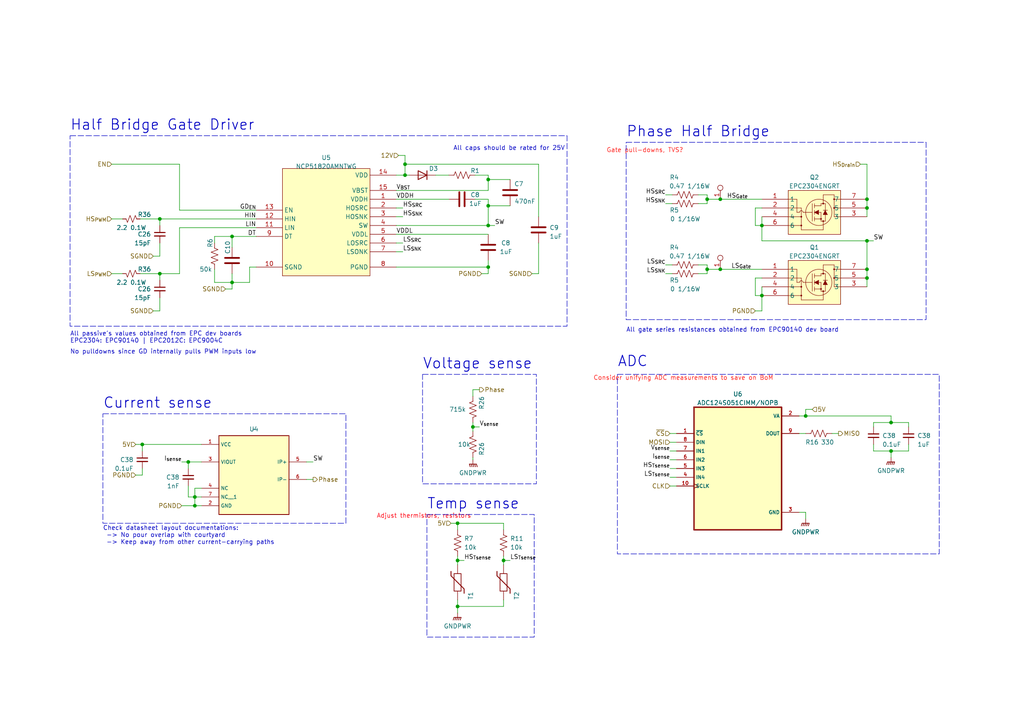
<source format=kicad_sch>
(kicad_sch (version 20231120) (generator "eeschema") (generator_version "8.0")
  (paper "A4")
  (lib_symbols
    (symbol "Device:C" (pin_numbers hide) (pin_names (offset 0.254))
      (property "Reference" "C" (at 0.635 2.54 0))
      (property "Value" "C" (at 0.635 -2.54 0))
      (symbol "C_0_1"
        (polyline (pts (xy -2.032 -0.762) (xy 2.032 -0.762)) (stroke (width 0.508)))
        (polyline (pts (xy -2.032 0.762) (xy 2.032 0.762)) (stroke (width 0.508)))
      )
      (symbol "C_1_1"
        (pin passive line (at 0 3.81 270) (length 2.794) (name "~") (number "1"))
        (pin passive line (at 0 -3.81 90) (length 2.794) (name "~") (number "2"))
      )
    )
    (symbol "Device:C_Small" (pin_numbers hide) (pin_names (offset 0.254) hide)
      (property "Reference" "C" (at 0.254 1.778 0))
      (property "Value" "C_Small" (at 0.254 -2.032 0))
      (symbol "C_Small_0_1"
        (polyline (pts (xy -1.524 -0.508) (xy 1.524 -0.508)) (stroke (width 0.3302)))
        (polyline (pts (xy -1.524 0.508) (xy 1.524 0.508)) (stroke (width 0.3048)))
      )
      (symbol "C_Small_1_1"
        (pin passive line (at 0 2.54 270) (length 2.032) (name "~") (number "1"))
        (pin passive line (at 0 -2.54 90) (length 2.032) (name "~") (number "2"))
      )
    )
    (symbol "Device:R_Small_US" (pin_numbers hide) (pin_names (offset 0.254) hide)
      (property "Reference" "R" (at 0.762 0.508 0))
      (property "Value" "R_Small_US" (at 0.762 -1.016 0))
      (symbol "R_Small_US_1_1"
        (polyline (pts (xy 0 0) (xy 1.016 -0.381) (xy 0 -0.762) (xy -1.016 -1.143) (xy 0 -1.524)))
        (polyline (pts (xy 0 1.524) (xy 1.016 1.143) (xy 0 0.762) (xy -1.016 0.381) (xy 0 0)))
        (pin passive line (at 0 2.54 270) (length 1.016) (name "~") (number "1"))
        (pin passive line (at 0 -2.54 90) (length 1.016) (name "~") (number "2"))
      )
    )
    (symbol "Device:R_US" (pin_numbers hide) (pin_names (offset 0))
      (property "Reference" "R" (at 2.54 0 90))
      (property "Value" "R_US" (at -2.54 0 90))
      (symbol "R_US_0_1"
        (polyline (pts (xy 0 -2.286) (xy 0 -2.54)))
        (polyline (pts (xy 0 2.286) (xy 0 2.54)))
        (polyline (pts (xy 0 -0.762) (xy 1.016 -1.143) (xy 0 -1.524) (xy -1.016 -1.905) (xy 0 -2.286)))
        (polyline (pts (xy 0 0.762) (xy 1.016 0.381) (xy 0 0) (xy -1.016 -0.381) (xy 0 -0.762)))
        (polyline (pts (xy 0 2.286) (xy 1.016 1.905) (xy 0 1.524) (xy -1.016 1.143) (xy 0 0.762)))
      )
      (symbol "R_US_1_1"
        (pin passive line (at 0 3.81 270) (length 1.27) (name "~") (number "1"))
        (pin passive line (at 0 -3.81 90) (length 1.27) (name "~") (number "2"))
      )
    )
    (symbol "Device:Thermistor" (pin_numbers hide) (pin_names (offset 0))
      (property "Reference" "TH" (at 2.54 1.27 90))
      (property "Value" "Thermistor" (at -2.54 0 90))
      (symbol "Thermistor_0_1"
        (rectangle (start -1.016 2.54) (end 1.016 -2.54) (stroke (width 0.2032)))
        (polyline (pts (xy -1.905 3.175) (xy -1.905 1.905) (xy 1.905 -1.905) (xy 1.905 -3.175) (xy 1.905 -3.175)) (stroke (width 0.254)))
      )
      (symbol "Thermistor_1_1"
        (pin passive line (at 0 5.08 270) (length 2.54) (name "~") (number "1"))
        (pin passive line (at 0 -5.08 90) (length 2.54) (name "~") (number "2"))
      )
    )
    (symbol "Diode:1N4151" (pin_numbers hide) (pin_names hide)
      (property "Reference" "D" (at 0 2.54 0))
      (property "Value" "1N4151" (at 0 -2.54 0))
      (symbol "1N4151_0_1"
        (polyline (pts (xy -1.27 1.27) (xy -1.27 -1.27)) (stroke (width 0.254)))
        (polyline (pts (xy 1.27 0) (xy -1.27 0)))
        (polyline (pts (xy 1.27 1.27) (xy 1.27 -1.27) (xy -1.27 0) (xy 1.27 1.27)) (stroke (width 0.254)))
      )
      (symbol "1N4151_1_1"
        (pin passive line (at -3.81 0 0) (length 2.54) (name "K") (number "1"))
        (pin passive line (at 3.81 0 180) (length 2.54) (name "A") (number "2"))
      )
    )
    (symbol "GTSR_symbol_lib:EPC2304ENGRT"
      (property "Reference" "Q" (at 0 0 0))
      (property "Value" "EPC2304ENGRT" (at 0 0 0))
      (symbol "EPC2304ENGRT_0_1"
        (rectangle (start -7.62 -1.905) (end 7.62 -14.605) (fill (type background)))
        (circle (center -3.81 -12.065) (radius 0.127) (stroke (width 0.254)))
        (circle (center -3.81 -9.525) (radius 0.127) (stroke (width 0.254)))
        (arc (start -3.302 -8.255) (mid -3.81 -7.7492) (end -4.318 -8.255) (stroke (width 0.127)))
        (polyline (pts (xy -7.62 -12.065) (xy -3.81 -12.065)) (stroke (width 0.127)))
        (polyline (pts (xy -7.62 -9.525) (xy -3.81 -9.525)) (stroke (width 0.127)))
        (polyline (pts (xy -7.62 -6.985) (xy -3.81 -6.985)) (stroke (width 0.127)))
        (polyline (pts (xy -7.62 -4.445) (xy -5.08 -4.445)) (stroke (width 0.127)))
        (polyline (pts (xy -5.08 -8.255) (xy -4.318 -8.255)) (stroke (width 0.127)))
        (polyline (pts (xy -5.08 -4.445) (xy -5.08 -8.255)) (stroke (width 0.127)))
        (polyline (pts (xy -3.81 -13.335) (xy 2.54 -13.335)) (stroke (width 0.127)))
        (polyline (pts (xy -3.81 -6.985) (xy -3.81 -13.335)) (stroke (width 0.127)))
        (polyline (pts (xy -3.302 -8.255) (xy -0.635 -8.255)) (stroke (width 0.127)))
        (polyline (pts (xy -0.635 -10.795) (xy -0.635 -5.715)) (stroke (width 0.127)))
        (polyline (pts (xy 0 -10.795) (xy 0 -9.525)) (stroke (width 0.127)))
        (polyline (pts (xy 0 -10.16) (xy 1.905 -10.16)) (stroke (width 0.127)))
        (polyline (pts (xy 0 -8.89) (xy 0 -7.62)) (stroke (width 0.127)))
        (polyline (pts (xy 0 -6.985) (xy 0 -5.715)) (stroke (width 0.127)))
        (polyline (pts (xy 0 -6.35) (xy 1.905 -6.35)) (stroke (width 0.127)))
        (polyline (pts (xy 1.27 -8.255) (xy 1.905 -8.255)) (stroke (width 0.127)))
        (polyline (pts (xy 1.905 -10.795) (xy 1.905 -8.255)) (stroke (width 0.127)))
        (polyline (pts (xy 1.905 -10.795) (xy 3.175 -10.795)) (stroke (width 0.127)))
        (polyline (pts (xy 1.905 -6.35) (xy 1.905 -5.715)) (stroke (width 0.127)))
        (polyline (pts (xy 1.905 -5.715) (xy 3.175 -5.715)) (stroke (width 0.127)))
        (polyline (pts (xy 2.54 -10.795) (xy 2.54 -13.335)) (stroke (width 0.127)))
        (polyline (pts (xy 2.54 -5.715) (xy 2.54 -3.175)) (stroke (width 0.127)))
        (polyline (pts (xy 3.175 -10.795) (xy 3.175 -8.89)) (stroke (width 0.127)))
        (polyline (pts (xy 3.175 -7.62) (xy 3.175 -5.715)) (stroke (width 0.127)))
        (polyline (pts (xy 3.81 -7.62) (xy 2.54 -7.62)) (stroke (width 0.127)))
        (polyline (pts (xy 5.715 -6.985) (xy 7.62 -6.985)) (stroke (width 0.127)))
        (polyline (pts (xy 5.715 -3.175) (xy 2.54 -3.175)) (stroke (width 0.127)))
        (polyline (pts (xy 5.715 -3.175) (xy 5.715 -9.525)) (stroke (width 0.127)))
        (polyline (pts (xy 7.62 -9.525) (xy 5.715 -9.525)) (stroke (width 0.127)))
        (polyline (pts (xy 7.62 -4.445) (xy 5.715 -4.445)) (stroke (width 0.127)))
        (polyline (pts (xy 1.27 -7.62) (xy 0 -8.255) (xy 1.27 -8.89)) (fill (type outline)))
        (polyline (pts (xy 3.81 -8.89) (xy 2.54 -8.89) (xy 3.175 -7.62)) (fill (type outline)))
        (circle (center 1.27 -8.255) (radius 3.81) (stroke (width 0.127)))
        (circle (center 1.905 -10.16) (radius 0.127) (stroke (width 0.254)))
        (circle (center 2.54 -10.795) (radius 0.127) (stroke (width 0.254)))
        (circle (center 2.54 -5.715) (radius 0.127) (stroke (width 0.254)))
        (circle (center 5.715 -6.985) (radius 0.127) (stroke (width 0.254)))
        (circle (center 5.715 -4.445) (radius 0.127) (stroke (width 0.254)))
        (pin unspecified line (at -15.24 -4.445 0) (length 7.62) (name "1") (number "1"))
        (pin unspecified line (at -15.24 -6.985 0) (length 7.62) (name "2") (number "2"))
        (pin unspecified line (at 15.24 -9.525 180) (length 7.62) (name "3") (number "3"))
        (pin unspecified line (at -15.24 -9.525 0) (length 7.62) (name "4") (number "4"))
        (pin unspecified line (at 15.24 -6.985 180) (length 7.62) (name "5") (number "5"))
        (pin unspecified line (at -15.24 -12.065 0) (length 7.62) (name "6") (number "6"))
        (pin unspecified line (at 15.24 -4.445 180) (length 7.62) (name "7") (number "7"))
      )
    )
    (symbol "GTSR_symbol_lib:Test_Point"
      (property "Reference" "TP" (at 2.032 3.302 0))
      (property "Value" "Test_Point" (at 0 -10.16 0))
      (symbol "Test_Point_0_1"
        (circle (center 0 3.302) (radius 0.762))
      )
      (symbol "Test_Point_1_1"
        (pin passive line (at 0 0 90) (length 2.54) (name "") (number "1"))
      )
    )
    (symbol "GTSR_symbol_lib_SD:ACS72981LLRATR-100B5"
      (property "Reference" "U" (at 0 0 0))
      (symbol "ACS72981LLRATR-100B5_0_0"
        (rectangle (start -10.16 -24.765) (end 10.16 -1.905) (stroke (width 0.254)) (fill (type background)))
        (pin power_in line (at 15.24 -4.445 180) (length 5.08) (name "VCC") (number "1"))
        (pin power_in line (at 15.24 -22.225 180) (length 5.08) (name "GND") (number "2"))
        (pin output line (at 15.24 -9.525 180) (length 5.08) (name "VIOUT") (number "3"))
        (pin passive line (at 15.24 -17.145 180) (length 5.08) (name "NC") (number "4"))
        (pin input line (at -15.24 -9.525 0) (length 5.08) (name "IP+") (number "5"))
        (pin input line (at -15.24 -14.605 0) (length 5.08) (name "IP-") (number "6"))
        (pin passive line (at 15.24 -19.685 180) (length 5.08) (name "NC__1") (number "7"))
      )
    )
    (symbol "GTSR_symbol_lib_SD:ADC124S021CIMMX/NOPB"
      (property "Reference" "U" (at 0 0 0))
      (property "Value" "ADC124S021CIMMX/NOPB" (at 0 0 0))
      (symbol "ADC124S021CIMMX/NOPB_0_0"
        (rectangle (start -12.065 -38.735) (end 13.335 -3.175) (stroke (width 0.41)) (fill (type background)))
        (pin input line (at -17.145 -10.795 0) (length 5.08) (name "~{CS}") (number "1"))
        (pin input clock (at -17.145 -26.035 0) (length 5.08) (name "SCLK") (number "10"))
        (pin power_in line (at 18.415 -5.715 180) (length 5.08) (name "VA") (number "2"))
        (pin power_in line (at 18.415 -33.655 180) (length 5.08) (name "GND") (number "3"))
        (pin input line (at -17.145 -23.495 0) (length 5.08) (name "IN4") (number "4"))
        (pin input line (at -17.145 -20.955 0) (length 5.08) (name "IN3") (number "5"))
        (pin input line (at -17.145 -18.415 0) (length 5.08) (name "IN2") (number "6"))
        (pin input line (at -17.145 -15.875 0) (length 5.08) (name "IN1") (number "7"))
        (pin input line (at -17.145 -13.335 0) (length 5.08) (name "DIN") (number "8"))
        (pin output line (at 18.415 -10.795 180) (length 5.08) (name "DOUT") (number "9"))
      )
    )
    (symbol "GTSR_symbol_lib_SD:NCP51820AMNTWG"
      (property "Reference" "U" (at 0 0 0))
      (property "Value" "NCP51820AMNTWG" (at 0 0 0))
      (symbol "NCP51820AMNTWG_0_1"
        (rectangle (start -12.065 -2.54) (end 13.335 -33.655) (fill (type background)))
        (pin power_in line (at 20.955 -11.43 180) (length 7.62) (name "VDDH") (number "1"))
        (pin power_out line (at -19.685 -31.115 0) (length 7.62) (name "SGND") (number "10"))
        (pin unspecified line (at -19.685 -19.685 0) (length 7.62) (name "LIN") (number "11"))
        (pin unspecified line (at -19.685 -17.145 0) (length 7.62) (name "HIN") (number "12"))
        (pin unspecified line (at -19.685 -14.605 0) (length 7.62) (name "EN") (number "13"))
        (pin power_in line (at 20.955 -4.445 180) (length 7.62) (name "VDD") (number "14"))
        (pin unspecified line (at 20.955 -8.89 180) (length 7.62) (name "VBST") (number "15"))
        (pin unspecified line (at 20.955 -13.97 180) (length 7.62) (name "HOSRC") (number "2"))
        (pin unspecified line (at 20.955 -16.51 180) (length 7.62) (name "HOSNK") (number "3"))
        (pin unspecified line (at 20.955 -19.05 180) (length 7.62) (name "SW") (number "4"))
        (pin power_in line (at 20.955 -21.59 180) (length 7.62) (name "VDDL") (number "5"))
        (pin unspecified line (at 20.955 -24.13 180) (length 7.62) (name "LOSRC") (number "6"))
        (pin unspecified line (at 20.955 -26.67 180) (length 7.62) (name "LSONK") (number "7"))
        (pin power_out line (at 20.955 -31.115 180) (length 7.62) (name "PGND") (number "8"))
        (pin unspecified line (at -19.685 -22.225 0) (length 7.62) (name "DT") (number "9"))
      )
    )
    (symbol "power:GNDPWR" (power) (pin_names (offset 0))
      (property "Value" "GNDPWR" (at 0 -3.302 0))
      (symbol "GNDPWR_0_1"
        (polyline (pts (xy 0 -1.27) (xy 0 0)))
        (polyline (pts (xy -1.016 -1.27) (xy -1.27 -2.032) (xy -1.27 -2.032)) (stroke (width 0.2032)))
        (polyline (pts (xy -0.508 -1.27) (xy -0.762 -2.032) (xy -0.762 -2.032)) (stroke (width 0.2032)))
        (polyline (pts (xy 0 -1.27) (xy -0.254 -2.032) (xy -0.254 -2.032)) (stroke (width 0.2032)))
        (polyline (pts (xy 0.508 -1.27) (xy 0.254 -2.032) (xy 0.254 -2.032)) (stroke (width 0.2032)))
        (polyline (pts (xy 1.016 -1.27) (xy -1.016 -1.27) (xy -1.016 -1.27)) (stroke (width 0.2032)))
        (polyline (pts (xy 1.016 -1.27) (xy 0.762 -2.032) (xy 0.762 -2.032) (xy 0.762 -2.032)) (stroke (width 0.2032)))
      )
      (symbol "GNDPWR_1_1"
        (pin power_in line (at 0 0 270) (length 0) hide (name "GNDPWR") (number "1"))
      )
    )
  )
  (junction (at 251.46 60.325))
  (junction (at 205.105 57.785))
  (junction (at 251.46 78.105))
  (junction (at 251.46 57.785))
  (junction (at 132.715 162.56))
  (junction (at 208.915 57.785))
  (junction (at 67.31 68.58))
  (junction (at 54.61 133.985))
  (junction (at 46.355 79.375))
  (junction (at 251.46 69.85))
  (junction (at 258.445 122.555))
  (junction (at 132.715 151.765))
  (junction (at 258.445 130.81))
  (junction (at 141.605 77.47))
  (junction (at 208.915 78.105))
  (junction (at 141.605 59.69))
  (junction (at 46.355 63.5))
  (junction (at 117.475 47.625))
  (junction (at 132.715 175.895))
  (junction (at 56.515 144.145))
  (junction (at 146.05 162.56))
  (junction (at 41.275 128.905))
  (junction (at 141.605 65.405))
  (junction (at 220.98 65.405))
  (junction (at 220.98 85.725))
  (junction (at 67.31 81.915))
  (junction (at 117.475 50.8))
  (junction (at 205.105 78.105))
  (junction (at 233.68 120.65))
  (junction (at 141.605 52.07))
  (junction (at 251.46 80.645))
  (junction (at 56.515 146.685))
  (junction (at 137.16 123.825))
  (wire (pts (xy 251.46 78.105) (xy 251.46 69.85)))
  (wire (pts (xy 62.23 68.58) (xy 67.31 68.58)))
  (wire (pts (xy 132.715 162.56) (xy 134.62 162.56)))
  (wire (pts (xy 40.64 63.5) (xy 46.355 63.5)))
  (wire (pts (xy 54.61 144.145) (xy 56.515 144.145)))
  (wire (pts (xy 52.07 47.625) (xy 52.07 60.96)))
  (wire (pts (xy 251.46 47.625) (xy 251.46 57.785)))
  (wire (pts (xy 52.07 66.04) (xy 74.295 66.04)))
  (wire (pts (xy 132.715 161.29) (xy 132.715 162.56)))
  (wire (pts (xy 116.84 70.485) (xy 114.935 70.485)))
  (wire (pts (xy 156.21 70.485) (xy 156.21 79.375)))
  (wire (pts (xy 219.075 85.725) (xy 220.98 85.725)))
  (wire (pts (xy 205.105 56.515) (xy 205.105 57.785)))
  (wire (pts (xy 141.605 65.405) (xy 143.51 65.405)))
  (wire (pts (xy 137.795 57.785) (xy 141.605 57.785)))
  (wire (pts (xy 249.555 47.625) (xy 251.46 47.625)))
  (wire (pts (xy 46.355 63.5) (xy 74.295 63.5)))
  (wire (pts (xy 147.955 59.69) (xy 141.605 59.69)))
  (wire (pts (xy 137.16 122.555) (xy 137.16 123.825)))
  (wire (pts (xy 41.275 130.81) (xy 41.275 128.905)))
  (wire (pts (xy 118.745 50.8) (xy 117.475 50.8)))
  (wire (pts (xy 258.445 120.65) (xy 233.68 120.65)))
  (wire (pts (xy 141.605 50.8) (xy 141.605 52.07)))
  (wire (pts (xy 258.445 122.555) (xy 258.445 120.65)))
  (wire (pts (xy 202.565 76.835) (xy 205.105 76.835)))
  (wire (pts (xy 114.935 57.785) (xy 130.175 57.785)))
  (wire (pts (xy 205.105 76.835) (xy 205.105 78.105)))
  (wire (pts (xy 205.105 57.785) (xy 208.915 57.785)))
  (wire (pts (xy 156.21 62.865) (xy 156.21 47.625)))
  (wire (pts (xy 72.39 77.47) (xy 74.295 77.47)))
  (wire (pts (xy 258.445 132.715) (xy 258.445 130.81)))
  (wire (pts (xy 233.68 148.59) (xy 233.68 150.495)))
  (wire (pts (xy 194.31 125.73) (xy 196.215 125.73)))
  (wire (pts (xy 233.68 118.745) (xy 233.68 120.65)))
  (wire (pts (xy 39.37 137.795) (xy 41.275 137.795)))
  (wire (pts (xy 130.81 151.765) (xy 132.715 151.765)))
  (wire (pts (xy 114.935 65.405) (xy 141.605 65.405)))
  (wire (pts (xy 54.61 140.97) (xy 54.61 144.145)))
  (wire (pts (xy 202.565 56.515) (xy 205.105 56.515)))
  (wire (pts (xy 132.715 173.99) (xy 132.715 175.895)))
  (wire (pts (xy 46.355 79.375) (xy 46.355 81.28)))
  (wire (pts (xy 44.45 90.17) (xy 46.355 90.17)))
  (wire (pts (xy 46.355 86.36) (xy 46.355 90.17)))
  (wire (pts (xy 233.68 118.745) (xy 235.585 118.745)))
  (wire (pts (xy 146.05 162.56) (xy 147.955 162.56)))
  (wire (pts (xy 251.46 80.645) (xy 251.46 78.105)))
  (wire (pts (xy 258.445 130.81) (xy 263.525 130.81)))
  (wire (pts (xy 194.31 128.27) (xy 196.215 128.27)))
  (wire (pts (xy 194.31 140.97) (xy 196.215 140.97)))
  (wire (pts (xy 137.16 123.825) (xy 137.16 125.095)))
  (wire (pts (xy 202.565 59.055) (xy 205.105 59.055)))
  (wire (pts (xy 56.515 141.605) (xy 56.515 144.145)))
  (wire (pts (xy 263.525 123.825) (xy 263.525 122.555)))
  (wire (pts (xy 52.705 146.685) (xy 56.515 146.685)))
  (wire (pts (xy 58.42 141.605) (xy 56.515 141.605)))
  (wire (pts (xy 41.275 128.905) (xy 58.42 128.905)))
  (wire (pts (xy 137.16 123.825) (xy 139.065 123.825)))
  (wire (pts (xy 141.605 59.69) (xy 141.605 65.405)))
  (wire (pts (xy 32.385 47.625) (xy 52.07 47.625)))
  (wire (pts (xy 58.42 144.145) (xy 56.515 144.145)))
  (wire (pts (xy 52.705 133.985) (xy 54.61 133.985)))
  (wire (pts (xy 72.39 81.915) (xy 72.39 77.47)))
  (wire (pts (xy 208.915 57.785) (xy 220.98 57.785)))
  (wire (pts (xy 67.31 71.755) (xy 67.31 68.58)))
  (wire (pts (xy 193.04 59.055) (xy 194.945 59.055)))
  (wire (pts (xy 114.935 67.945) (xy 141.605 67.945)))
  (wire (pts (xy 32.385 63.5) (xy 35.56 63.5)))
  (wire (pts (xy 56.515 146.685) (xy 58.42 146.685)))
  (wire (pts (xy 253.365 122.555) (xy 253.365 123.825)))
  (wire (pts (xy 67.31 81.915) (xy 72.39 81.915)))
  (wire (pts (xy 208.915 78.105) (xy 220.98 78.105)))
  (wire (pts (xy 46.355 70.485) (xy 46.355 74.295)))
  (wire (pts (xy 194.31 133.35) (xy 196.215 133.35)))
  (wire (pts (xy 54.61 133.985) (xy 58.42 133.985)))
  (wire (pts (xy 62.23 78.105) (xy 62.23 81.915)))
  (wire (pts (xy 251.46 69.85) (xy 253.365 69.85)))
  (wire (pts (xy 146.05 173.99) (xy 146.05 175.895)))
  (wire (pts (xy 219.075 65.405) (xy 220.98 65.405)))
  (wire (pts (xy 196.215 135.89) (xy 194.31 135.89)))
  (wire (pts (xy 126.365 50.8) (xy 130.175 50.8)))
  (wire (pts (xy 132.715 162.56) (xy 132.715 163.83)))
  (wire (pts (xy 194.31 130.81) (xy 196.215 130.81)))
  (wire (pts (xy 137.16 113.03) (xy 139.065 113.03)))
  (wire (pts (xy 41.275 137.795) (xy 41.275 135.89)))
  (wire (pts (xy 251.46 69.85) (xy 220.98 69.85)))
  (wire (pts (xy 251.46 60.325) (xy 251.46 62.865)))
  (wire (pts (xy 52.07 60.96) (xy 74.295 60.96)))
  (wire (pts (xy 67.31 79.375) (xy 67.31 81.915)))
  (wire (pts (xy 117.475 47.625) (xy 117.475 50.8)))
  (wire (pts (xy 205.105 78.105) (xy 208.915 78.105)))
  (wire (pts (xy 46.355 79.375) (xy 52.07 79.375)))
  (wire (pts (xy 65.405 83.82) (xy 67.31 83.82)))
  (wire (pts (xy 253.365 130.81) (xy 253.365 128.905)))
  (wire (pts (xy 54.61 133.985) (xy 54.61 135.89)))
  (wire (pts (xy 205.105 78.105) (xy 205.105 79.375)))
  (wire (pts (xy 132.715 175.895) (xy 146.05 175.895)))
  (wire (pts (xy 251.46 57.785) (xy 251.46 60.325)))
  (wire (pts (xy 193.04 56.515) (xy 194.945 56.515)))
  (wire (pts (xy 132.715 151.765) (xy 146.05 151.765)))
  (wire (pts (xy 220.98 83.185) (xy 220.98 85.725)))
  (wire (pts (xy 116.84 73.025) (xy 114.935 73.025)))
  (wire (pts (xy 39.37 128.905) (xy 41.275 128.905)))
  (wire (pts (xy 132.715 151.765) (xy 132.715 153.67)))
  (wire (pts (xy 141.605 59.69) (xy 141.605 57.785)))
  (wire (pts (xy 114.935 77.47) (xy 141.605 77.47)))
  (wire (pts (xy 115.57 45.085) (xy 117.475 45.085)))
  (wire (pts (xy 146.05 162.56) (xy 146.05 163.83)))
  (wire (pts (xy 62.23 81.915) (xy 67.31 81.915)))
  (wire (pts (xy 154.305 79.375) (xy 156.21 79.375)))
  (wire (pts (xy 251.46 83.185) (xy 251.46 80.645)))
  (wire (pts (xy 117.475 50.8) (xy 114.935 50.8)))
  (wire (pts (xy 243.205 125.73) (xy 241.3 125.73)))
  (wire (pts (xy 67.31 68.58) (xy 74.295 68.58)))
  (wire (pts (xy 117.475 45.085) (xy 117.475 47.625)))
  (wire (pts (xy 196.215 138.43) (xy 194.31 138.43)))
  (wire (pts (xy 56.515 144.145) (xy 56.515 146.685)))
  (wire (pts (xy 219.075 90.17) (xy 220.98 90.17)))
  (wire (pts (xy 231.775 125.73) (xy 233.68 125.73)))
  (wire (pts (xy 46.355 63.5) (xy 46.355 65.405)))
  (wire (pts (xy 219.075 80.645) (xy 219.075 85.725)))
  (wire (pts (xy 220.98 65.405) (xy 220.98 62.865)))
  (wire (pts (xy 263.525 122.555) (xy 258.445 122.555)))
  (wire (pts (xy 193.04 76.835) (xy 194.945 76.835)))
  (wire (pts (xy 146.05 151.765) (xy 146.05 153.67)))
  (wire (pts (xy 193.04 79.375) (xy 194.945 79.375)))
  (wire (pts (xy 44.45 74.295) (xy 46.355 74.295)))
  (wire (pts (xy 114.935 55.245) (xy 141.605 55.245)))
  (wire (pts (xy 220.98 69.85) (xy 220.98 65.405)))
  (wire (pts (xy 233.68 120.65) (xy 231.775 120.65)))
  (wire (pts (xy 258.445 130.81) (xy 253.365 130.81)))
  (wire (pts (xy 116.84 60.325) (xy 114.935 60.325)))
  (wire (pts (xy 116.84 62.865) (xy 114.935 62.865)))
  (wire (pts (xy 88.9 133.985) (xy 90.805 133.985)))
  (wire (pts (xy 32.385 79.375) (xy 35.56 79.375)))
  (wire (pts (xy 67.31 83.82) (xy 67.31 81.915)))
  (wire (pts (xy 132.715 177.8) (xy 132.715 175.895)))
  (wire (pts (xy 137.795 50.8) (xy 141.605 50.8)))
  (wire (pts (xy 146.05 161.29) (xy 146.05 162.56)))
  (wire (pts (xy 62.23 70.485) (xy 62.23 68.58)))
  (wire (pts (xy 141.605 75.565) (xy 141.605 77.47)))
  (wire (pts (xy 139.7 79.375) (xy 141.605 79.375)))
  (wire (pts (xy 220.98 60.325) (xy 219.075 60.325)))
  (wire (pts (xy 141.605 52.07) (xy 147.955 52.07)))
  (wire (pts (xy 88.9 139.065) (xy 90.805 139.065)))
  (wire (pts (xy 258.445 122.555) (xy 253.365 122.555)))
  (wire (pts (xy 219.075 60.325) (xy 219.075 65.405)))
  (wire (pts (xy 156.21 47.625) (xy 117.475 47.625)))
  (wire (pts (xy 141.605 52.07) (xy 141.605 55.245)))
  (wire (pts (xy 205.105 57.785) (xy 205.105 59.055)))
  (wire (pts (xy 141.605 79.375) (xy 141.605 77.47)))
  (wire (pts (xy 137.16 113.03) (xy 137.16 114.935)))
  (wire (pts (xy 137.16 132.715) (xy 137.16 133.35)))
  (wire (pts (xy 231.775 148.59) (xy 233.68 148.59)))
  (wire (pts (xy 219.075 80.645) (xy 220.98 80.645)))
  (wire (pts (xy 40.64 79.375) (xy 46.355 79.375)))
  (wire (pts (xy 52.07 79.375) (xy 52.07 66.04)))
  (wire (pts (xy 220.98 85.725) (xy 220.98 90.17)))
  (wire (pts (xy 263.525 130.81) (xy 263.525 128.905)))
  (wire (pts (xy 202.565 79.375) (xy 205.105 79.375)))
  (rectangle (start 179.07 108.585) (end 272.415 160.655) (stroke (width 0) (type dash)))
  (rectangle (start 20.32 39.37) (end 164.465 94.615) (stroke (width 0) (type dash)))
  (rectangle (start 181.61 41.275) (end 268.605 92.71) (stroke (width 0) (type dash)))
  (rectangle (start 29.845 120.015) (end 100.33 151.765) (stroke (width 0) (type dash)))
  (rectangle (start 122.555 108.585) (end 155.575 140.335) (stroke (width 0) (type dash)))
  (rectangle (start 123.825 149.225) (end 154.94 184.785) (stroke (width 0) (type dash)))
  (text "Adjust thermistors, resistors" (at 109.22 150.495 0) (effects (font (size 1.27 1.27)) (justify left bottom)))
  (text "Temp sense" (at 123.825 147.955 0) (effects (font (size 3 3) (thickness 0.254) (bold yes)) (justify left bottom)))
  (text "Phase Half Bridge" (at 181.61 40.005 0) (effects (font (size 3 3) (thickness 0.254) (bold yes)) (justify left bottom)))
  (text "No pulldowns since GD internally pulls PWM inputs low" (at 20.32 102.87 0) (effects (font (size 1.27 1.27)) (justify left bottom)))
  (text "Check datasheet layout documentations:\n -> No pour overlap with courtyard\n -> Keep away from other current-carrying paths" (at 29.845 158.115 0) (effects (font (size 1.27 1.27)) (justify left bottom)))
  (text "All caps should be rated for 25V" (at 131.445 43.815 0) (effects (font (size 1.27 1.27)) (justify left bottom)))
  (text "Current sense" (at 29.845 118.745 0) (effects (font (size 3 3) (thickness 0.254) (bold yes)) (justify left bottom)))
  (text "ADC" (at 179.07 106.68 0) (effects (font (size 3 3) (thickness 0.254) (bold yes)) (justify left bottom)))
  (text "Consider unifying ADC measurements to save on BoM" (at 172.085 110.49 0) (effects (font (size 1.27 1.27)) (justify left bottom)))
  (text "Voltage sense" (at 122.555 107.315 0) (effects (font (size 3 3) (thickness 0.254) (bold yes)) (justify left bottom)))
  (text "All gate series resistances obtained from EPC90140 dev board" (at 181.61 96.52 0) (effects (font (size 1.27 1.27)) (justify left bottom)))
  (text "Gate pull-downs, TVS?" (at 175.895 44.45 0) (effects (font (size 1.27 1.27)) (justify left bottom)))
  (text "All passive's values obtained from EPC dev boards\nEPC2304: EPC90140 | EPC2012C: EPC9004C" (at 20.32 99.695 0) (effects (font (size 1.27 1.27)) (justify left bottom)))
  (text "Half Bridge Gate Driver" (at 20.32 38.1 0) (effects (font (size 3 3) (thickness 0.254) (bold yes)) (justify left bottom)))
  (label "LS_{SNK}" (at 116.84 73.025 0))
  (label "LS_{SRC}" (at 116.84 70.485 0))
  (label "LS_{SRC}" (at 193.04 76.835 180))
  (label "HS_{Tsense}" (at 194.31 135.89 180))
  (label "HIN" (at 74.295 63.5 180))
  (label "HS_{SRC}" (at 193.04 56.515 180))
  (label "I_{sense}" (at 194.31 133.35 180))
  (label "LIN" (at 74.295 66.04 180))
  (label "V_{sense}" (at 194.31 130.81 180))
  (label "LS_{Gate}" (at 212.09 78.105 0))
  (label "SW" (at 90.805 133.985 0))
  (label "VDDL" (at 114.935 67.945 0))
  (label "SW" (at 143.51 65.405 0))
  (label "V_{sense}" (at 139.065 123.825 0))
  (label "V_{BST}" (at 114.935 55.245 0))
  (label "HS_{SNK}" (at 116.84 62.865 0))
  (label "LS_{SNK}" (at 193.04 79.375 180))
  (label "HS_{Tsense}" (at 134.62 162.56 0))
  (label "GD_{EN}" (at 74.295 60.96 180))
  (label "HS_{SRC}" (at 116.84 60.325 0))
  (label "HS_{Gate}" (at 210.82 57.785 0))
  (label "SW" (at 253.365 69.85 0))
  (label "HS_{SNK}" (at 193.04 59.055 180))
  (label "VDDH" (at 114.935 57.785 0))
  (label "I_{sense}" (at 52.705 133.985 180))
  (label "LS_{Tsense}" (at 147.955 162.56 0))
  (label "LS_{Tsense}" (at 194.31 138.43 180))
  (label "DT" (at 74.295 68.58 180))
  (hierarchical_label "SGND" (shape input) (at 65.405 83.82 180))
  (hierarchical_label "Phase" (shape output) (at 90.805 139.065 0))
  (hierarchical_label "CLK" (shape input) (at 194.31 140.97 180))
  (hierarchical_label "MISO" (shape output) (at 243.205 125.73 0))
  (hierarchical_label "EN" (shape input) (at 32.385 47.625 180))
  (hierarchical_label "SGND" (shape input) (at 154.305 79.375 180))
  (hierarchical_label "~{CS}" (shape input) (at 194.31 125.73 180))
  (hierarchical_label "PGND" (shape input) (at 219.075 90.17 180))
  (hierarchical_label "SGND" (shape input) (at 44.45 90.17 180))
  (hierarchical_label "PGND" (shape input) (at 39.37 137.795 180))
  (hierarchical_label "PGND" (shape input) (at 52.705 146.685 180))
  (hierarchical_label "5V" (shape input) (at 130.81 151.765 180))
  (hierarchical_label "12V" (shape input) (at 115.57 45.085 180))
  (hierarchical_label "PGND" (shape input) (at 139.7 79.375 180))
  (hierarchical_label "MOSI" (shape input) (at 194.31 128.27 180))
  (hierarchical_label "SGND" (shape input) (at 44.45 74.295 180))
  (hierarchical_label "LS_{PWM}" (shape input) (at 32.385 79.375 180))
  (hierarchical_label "5V" (shape input) (at 39.37 128.905 180))
  (hierarchical_label "HS_{PWM}" (shape input) (at 32.385 63.5 180))
  (hierarchical_label "5V" (shape input) (at 235.585 118.745 0))
  (hierarchical_label "Phase" (shape output) (at 139.065 113.03 0))
  (hierarchical_label "HS_{Drain}" (shape input) (at 249.555 47.625 180))
  (symbol (lib_id "GTSR_symbol_lib_SD:NCP51820AMNTWG") (at 93.98 46.355 0) (unit 1)
    (property "Reference" "U5" (at 94.615 45.72 0))
    (property "Value" "NCP51820AMNTWG" (at 94.615 48.26 0))
    (property "Footprint" "GTSR_KiCAD_Footprints:QFN_0AMNTWG_ONS-L" (effects (hide yes)))
    (property "Datasheet" "https://www.digikey.com/en/products/detail/onsemi/NCP51820AMNTWG/10415129" (effects (hide yes)))
    (instances (project "Power_Stage" (path "" (reference "U5") (unit 1)) (path "" (reference "U8") (unit 1)) (path "" (reference "U11") (unit 1))))
  )
  (symbol (lib_id "GTSR_symbol_lib_SD:ADC124S021CIMMX/NOPB") (at 213.36 114.935 0) (unit 1)
    (property "Reference" "U6" (at 213.995 114.3 0))
    (property "Value" "ADC124S051CIMM/NOPB\n" (at 213.995 116.84 0))
    (property "Footprint" "GTSR_KiCAD_Footprints:SOP50P490X110-10N" (effects (hide yes)))
    (property "Datasheet" "https://www.digikey.com/en/products/detail/texas-instruments/ADC124S051CIMM-NOPB/755014" (effects (hide yes)))
    (instances (project "Power_Stage" (path "" (reference "U6") (unit 1)) (path "" (reference "U9") (unit 1)) (path "" (reference "U12") (unit 1))))
  )
  (symbol (lib_id "Diode:1N4151") (at 122.555 50.8 180) (unit 1)
    (property "Reference" "D3" (at 125.73 48.895 0))
    (property "Value" "RFU02VSM6STR" (effects (hide yes)))
    (property "Footprint" "GTSR_KiCAD_Footprints:DIO_RFU02VS_ROM-M" (effects (hide yes)))
    (property "Datasheet" "https://www.digikey.com/en/products/detail/rohm-semiconductor/RFU02VSM6STR/5721265?s=N4IgTCBcDaIEoDECqAGMA1AygWQGyYBU4QBdAXyA" (effects (hide yes)))
    (instances (project "TSAS_MPPT" (path "" (reference "D3") (unit 1)) (path "" (reference "D1") (unit 1)) (path "" (reference "D8") (unit 1))) (project "Power_Stage" (path "" (reference "D3") (unit 1)) (path "" (reference "D4") (unit 1)) (path "" (reference "D5") (unit 1))) (project "TSAS_Power" (path "" (reference "D9") (unit 1)) (path "" (reference "D9") (unit 1)) (path "" (reference "D3") (unit 1))))
  )
  (symbol (lib_id "Device:Thermistor") (at 146.05 168.91 0) (unit 1)
    (property "Reference" "T2" (at 149.86 173.99 90) (effects (justify left)))
    (property "Value" "30k" (effects (hide yes)))
    (property "Footprint" "GTSR_KiCAD_Footprints_SD:2152723803" (effects (hide yes)))
    (property "Datasheet" "https://www.digikey.com/en/products/detail/molex/2152723803/13997606" (effects (hide yes)))
    (instances (project "Power_Stage" (path "" (reference "T2") (unit 1)) (path "" (reference "T4") (unit 1)) (path "" (reference "T6") (unit 1))) (project "board-bms" (path "" (reference "T6") (unit 1))))
  )
  (symbol (lib_id "Device:C") (at 147.955 55.88 0) (unit 1)
    (property "Reference" "C7" (at 150.495 53.34 0))
    (property "Value" "470nF" (at 149.225 58.42 0) (effects (justify left)))
    (property "Footprint" "Capacitor_SMD:C_0603_1608Metric_Pad1.08x0.95mm_HandSolder" (effects (hide yes)))
    (property "Datasheet" "https://www.digikey.com/en/products/detail/samsung-electro-mechanics/CL10B474KA8NFNC/3887740" (effects (hide yes)))
    (instances (project "TSAS_MPPT" (path "" (reference "C7") (unit 1)) (path "" (reference "C11") (unit 1)) (path "" (reference "C30") (unit 1))) (project "Power_Stage" (path "" (reference "C17") (unit 1)) (path "" (reference "C29") (unit 1)) (path "" (reference "C41") (unit 1))) (project "TSAS_Power" (path "" (reference "C39") (unit 1)) (path "" (reference "C39") (unit 1)) (path "" (reference "C19") (unit 1))))
  )
  (symbol (lib_id "GTSR_symbol_lib:EPC2304ENGRT") (at 236.22 73.66 0) (unit 1)
    (property "Reference" "Q1" (at 236.22 71.755 0))
    (property "Value" "EPC2304ENGRT" (at 236.22 74.295 0))
    (property "Footprint" "GTSR_KiCAD_Footprints:EPC2304_ECC" (effects (hide yes)))
    (property "Datasheet" "https://www.digikey.com/en/products/detail/epc/EPC2304ENGRT/16785484" (effects (hide yes)))
    (instances (project "TSAS_MPPT" (path "" (reference "Q1") (unit 1)) (path "" (reference "Q2") (unit 1))) (project "Power_Stage" (path "" (reference "Q2") (unit 1)) (path "" (reference "Q4") (unit 1)) (path "" (reference "Q6") (unit 1))) (project "TSAS_Power" (path "" (reference "Q2") (unit 1)) (path "" (reference "B_Q1") (unit 1))))
  )
  (symbol (lib_id "power:GNDPWR") (at 137.16 133.35 0) (mirror y) (unit 1)
    (property "Reference" "#PWR029" (effects (hide yes)))
    (property "Value" "GNDPWR" (at 137.16 137.16 0))
    (instances (project "Power_Stage" (path "" (reference "#PWR029") (unit 1)) (path "" (reference "#PWR033") (unit 1)) (path "" (reference "#PWR037") (unit 1))) (project "TSAS_Power" (path "" (reference "#PWR013") (unit 1))))
  )
  (symbol (lib_id "Device:C_Small") (at 253.365 126.365 0) (unit 1)
    (property "Reference" "C38" (at 255.905 126.365 0) (effects (justify left)))
    (property "Value" "0.1uF" (at 255.905 128.905 0) (effects (justify left)))
    (property "Footprint" "Capacitor_SMD:C_0603_1608Metric_Pad1.08x0.95mm_HandSolder" (effects (hide yes)))
    (property "Datasheet" "https://www.digikey.com/en/products/detail/kyocera-avx/KGM15BR71H104KT/1600046" (effects (hide yes)))
    (instances (project "TSAS_MPPT" (path "" (reference "C38") (unit 1)) (path "" (reference "C50") (unit 1))) (project "Power_Stage" (path "" (reference "C19") (unit 1)) (path "" (reference "C31") (unit 1)) (path "" (reference "C43") (unit 1))) (project "board-bms" (path "" (reference "C22") (unit 1))) (project "TSAS_Power" (path "" (reference "C33") (unit 1)) (path "" (reference "C3") (unit 1))))
  )
  (symbol (lib_id "Device:Thermistor") (at 132.715 168.91 0) (unit 1)
    (property "Reference" "T1" (at 136.525 173.99 90) (effects (justify left)))
    (property "Value" "30k" (effects (hide yes)))
    (property "Footprint" "GTSR_KiCAD_Footprints_SD:2152723803" (effects (hide yes)))
    (property "Datasheet" "https://www.digikey.com/en/products/detail/molex/2152723803/13997606" (effects (hide yes)))
    (instances (project "Power_Stage" (path "" (reference "T1") (unit 1)) (path "" (reference "T3") (unit 1)) (path "" (reference "T5") (unit 1))) (project "board-bms" (path "" (reference "T6") (unit 1))))
  )
  (symbol (lib_id "power:GNDPWR") (at 233.68 150.495 0) (unit 1)
    (property "Reference" "#PWR030" (effects (hide yes)))
    (property "Value" "GNDPWR" (at 233.68 154.305 0))
    (instances (project "Power_Stage" (path "" (reference "#PWR030") (unit 1)) (path "" (reference "#PWR034") (unit 1)) (path "" (reference "#PWR038") (unit 1))) (project "TSAS_Power" (path "" (reference "#PWR025") (unit 1))))
  )
  (symbol (lib_id "Device:C") (at 133.985 57.785 90) (unit 1)
    (property "Reference" "C8" (at 137.795 56.515 90))
    (property "Value" "1uF" (at 139.7 59.055 90) (effects (justify left)))
    (property "Footprint" "Capacitor_SMD:C_0603_1608Metric_Pad1.08x0.95mm_HandSolder" (effects (hide yes)))
    (property "Datasheet" "https://www.digikey.com/en/products/detail/samsung-electro-mechanics/CL10B105KA8NNNC/3886842" (effects (hide yes)))
    (instances (project "TSAS_MPPT" (path "" (reference "C8") (unit 1)) (path "" (reference "C10") (unit 1)) (path "" (reference "C28") (unit 1))) (project "Power_Stage" (path "" (reference "C15") (unit 1)) (path "" (reference "C27") (unit 1)) (path "" (reference "C39") (unit 1))) (project "TSAS_Power" (path "" (reference "C37") (unit 1)) (path "" (reference "C37") (unit 1)) (path "" (reference "C17") (unit 1))))
  )
  (symbol (lib_id "Device:R_US") (at 237.49 125.73 90) (unit 1)
    (property "Reference" "R16" (at 237.49 128.27 90) (effects (justify left)))
    (property "Value" "330" (at 241.9351 128.27 90) (effects (justify left)))
    (property "Footprint" "Resistor_SMD:R_0603_1608Metric_Pad0.98x0.95mm_HandSolder" (effects (hide yes)))
    (property "Datasheet" "https://www.digikey.com/en/products/detail/te-connectivity-passive-product/CRG0603F330R/2380765" (effects (hide yes)))
    (instances (project "Power_Stage" (path "" (reference "R16") (unit 1)) (path "" (reference "R30") (unit 1)) (path "" (reference "R44") (unit 1))) (project "board-bms" (path "" (reference "R11") (unit 1)) (path "" (reference "R54") (unit 1))) (project "TSAS_Power" (path "" (reference "R2") (unit 1))))
  )
  (symbol (lib_id "Device:C") (at 67.31 75.565 180) (unit 1)
    (property "Reference" "C10" (at 66.04 71.755 90))
    (property "Value" "0.1uF" (effects (hide yes)))
    (property "Footprint" "Capacitor_SMD:C_0603_1608Metric_Pad1.08x0.95mm_HandSolder" (effects (hide yes)))
    (property "Datasheet" "https://www.digikey.com/en/products/detail/kyocera-avx/KGM15BR71H104KT/1600046" (effects (hide yes)))
    (instances (project "TSAS_MPPT" (path "" (reference "C10") (unit 1)) (path "" (reference "C9") (unit 1)) (path "" (reference "C27") (unit 1))) (project "Power_Stage" (path "" (reference "C14") (unit 1)) (path "" (reference "C26") (unit 1)) (path "" (reference "C38") (unit 1))) (project "TSAS_Power" (path "" (reference "C36") (unit 1)) (path "" (reference "C36") (unit 1)) (path "" (reference "C16") (unit 1))))
  )
  (symbol (lib_id "Device:C") (at 141.605 71.755 180) (unit 1)
    (property "Reference" "C8" (at 146.685 70.485 0))
    (property "Value" "1uF" (at 148.59 73.025 0) (effects (justify left)))
    (property "Footprint" "Capacitor_SMD:C_0603_1608Metric_Pad1.08x0.95mm_HandSolder" (effects (hide yes)))
    (property "Datasheet" "https://www.digikey.com/en/products/detail/samsung-electro-mechanics/CL10B105KA8NNNC/3886842" (effects (hide yes)))
    (instances (project "TSAS_MPPT" (path "" (reference "C8") (unit 1)) (path "" (reference "C12") (unit 1)) (path "" (reference "C29") (unit 1))) (project "Power_Stage" (path "" (reference "C16") (unit 1)) (path "" (reference "C28") (unit 1)) (path "" (reference "C40") (unit 1))) (project "TSAS_Power" (path "" (reference "C38") (unit 1)) (path "" (reference "C38") (unit 1)) (path "" (reference "C18") (unit 1))))
  )
  (symbol (lib_id "Device:R_US") (at 198.755 59.055 90) (unit 1)
    (property "Reference" "R5" (at 195.58 60.96 90))
    (property "Value" "0 1/16W" (at 198.755 63.5 90))
    (property "Footprint" "Resistor_SMD:R_0603_1608Metric_Pad0.98x0.95mm_HandSolder" (effects (hide yes)))
    (property "Datasheet" "https://www.digikey.com/en/products/detail/stackpole-electronics-inc/RMCF0603ZT0R00/1756908" (effects (hide yes)))
    (instances (project "TSAS_MPPT" (path "" (reference "R5") (unit 1)) (path "" (reference "R16") (unit 1))) (project "Power_Stage" (path "" (reference "R13") (unit 1)) (path "" (reference "R27") (unit 1)) (path "" (reference "R41") (unit 1))) (project "TSAS_Power" (path "" (reference "R6") (unit 1)) (path "" (reference "R41") (unit 1))))
  )
  (symbol (lib_id "GTSR_symbol_lib:Test_Point") (at 208.915 57.785 0) (unit 1)
    (property "Reference" "TP5" (effects (hide yes)))
    (property "Value" "Test_Point" (effects (hide yes)))
    (property "Footprint" "TestPoint:TestPoint_Pad_D1.0mm" (effects (hide yes)))
    (instances (project "Power_Stage" (path "" (reference "TP5") (unit 1)) (path "" (reference "TP7") (unit 1)) (path "" (reference "TP9") (unit 1))) (project "board-bms" (path "" (reference "TP23") (unit 1))) (project "TSAS_Power" (path "" (reference "TP11") (unit 1))))
  )
  (symbol (lib_id "Device:C_Small") (at 41.275 133.35 0) (mirror y) (unit 1)
    (property "Reference" "C38" (at 38.735 133.35 0) (effects (justify left)))
    (property "Value" "0.1uF" (at 38.735 135.89 0) (effects (justify left)))
    (property "Footprint" "Capacitor_SMD:C_0603_1608Metric_Pad1.08x0.95mm_HandSolder" (effects (hide yes)))
    (property "Datasheet" "https://www.digikey.com/en/products/detail/kyocera-avx/KGM15BR71H104KT/1600046" (effects (hide yes)))
    (instances (project "TSAS_MPPT" (path "" (reference "C38") (unit 1)) (path "" (reference "C50") (unit 1))) (project "Power_Stage" (path "" (reference "C9") (unit 1)) (path "" (reference "C21") (unit 1)) (path "" (reference "C33") (unit 1))) (project "board-bms" (path "" (reference "C22") (unit 1))) (project "TSAS_Power" (path "" (reference "C33") (unit 1)) (path "" (reference "C32") (unit 1))))
  )
  (symbol (lib_id "Device:R_US") (at 198.755 56.515 90) (unit 1)
    (property "Reference" "R4" (at 195.58 51.435 90))
    (property "Value" "0.47 1/16W" (at 200.025 53.975 90))
    (property "Footprint" "Resistor_SMD:R_0603_1608Metric_Pad0.98x0.95mm_HandSolder" (effects (hide yes)))
    (property "Datasheet" "https://www.digikey.com/en/products/detail/panasonic-electronic-components/ERJ-3RQFR47V/308058" (effects (hide yes)))
    (instances (project "TSAS_MPPT" (path "" (reference "R4") (unit 1)) (path "" (reference "R15") (unit 1))) (project "Power_Stage" (path "" (reference "R12") (unit 1)) (path "" (reference "R26") (unit 1)) (path "" (reference "R40") (unit 1))) (project "TSAS_Power" (path "" (reference "R5") (unit 1)) (path "" (reference "R40") (unit 1))))
  )
  (symbol (lib_id "Device:R_US") (at 198.755 76.835 90) (unit 1)
    (property "Reference" "R4" (at 195.58 71.755 90))
    (property "Value" "0.47 1/16W" (at 200.025 74.295 90))
    (property "Footprint" "Resistor_SMD:R_0603_1608Metric_Pad0.98x0.95mm_HandSolder" (effects (hide yes)))
    (property "Datasheet" "https://www.digikey.com/en/products/detail/panasonic-electronic-components/ERJ-3RQFR47V/308058" (effects (hide yes)))
    (instances (project "TSAS_MPPT" (path "" (reference "R4") (unit 1)) (path "" (reference "R17") (unit 1))) (project "Power_Stage" (path "" (reference "R14") (unit 1)) (path "" (reference "R28") (unit 1)) (path "" (reference "R42") (unit 1))) (project "TSAS_Power" (path "" (reference "R7") (unit 1)) (path "" (reference "R42") (unit 1))))
  )
  (symbol (lib_id "Device:R_US") (at 137.16 118.745 0) (mirror x) (unit 1)
    (property "Reference" "R26" (at 139.7 116.84 90))
    (property "Value" "715k" (at 132.715 118.745 0))
    (property "Footprint" "Resistor_SMD:R_1206_3216Metric" (effects (hide yes)))
    (property "Datasheet" "https://www.digikey.com/en/products/detail/yageo/RT1206BRD07715KL/1079952" (effects (hide yes)))
    (instances (project "TSAS_MPPT" (path "" (reference "R26") (unit 1)) (path "" (reference "R2") (unit 1)) (path "" (reference "R24") (unit 1)) (path "" (reference "R27") (unit 1)) (path "" (reference "R1") (unit 1))) (project "Power_Stage" (path "" (reference "R9") (unit 1)) (path "" (reference "R23") (unit 1)) (path "" (reference "R37") (unit 1))) (project "TSAS_Power" (path "" (reference "R40") (unit 1)) (path "" (reference "R20") (unit 1))))
  )
  (symbol (lib_id "power:GNDPWR") (at 132.715 177.8 0) (unit 1)
    (property "Reference" "#PWR028" (effects (hide yes)))
    (property "Value" "GNDPWR" (at 132.715 181.61 0))
    (instances (project "Power_Stage" (path "" (reference "#PWR028") (unit 1)) (path "" (reference "#PWR032") (unit 1)) (path "" (reference "#PWR036") (unit 1))) (project "TSAS_Power" (path "" (reference "#PWR025") (unit 1))))
  )
  (symbol (lib_id "Device:R_US") (at 146.05 157.48 0) (unit 1)
    (property "Reference" "R11" (at 147.955 156.21 0) (effects (justify left)))
    (property "Value" "10k" (at 147.955 158.75 0) (effects (justify left)))
    (property "Footprint" "Resistor_SMD:R_0603_1608Metric_Pad0.98x0.95mm_HandSolder" (effects (hide yes)))
    (property "Datasheet" "https://www.digikey.com/en/products/detail/rohm-semiconductor/ESR03EZPF1002/1983429" (effects (hide yes)))
    (instances (project "Power_Stage" (path "" (reference "R11") (unit 1)) (path "" (reference "R25") (unit 1)) (path "" (reference "R39") (unit 1))) (project "board-bms" (path "" (reference "R37") (unit 1))))
  )
  (symbol (lib_id "Device:R_Small_US") (at 38.1 63.5 270) (mirror x) (unit 1)
    (property "Reference" "R36" (at 41.91 62.23 90))
    (property "Value" "2.2 0.1W" (at 38.1 66.04 90))
    (property "Footprint" "Resistor_SMD:R_0603_1608Metric_Pad0.98x0.95mm_HandSolder" (effects (hide yes)))
    (property "Datasheet" "https://www.digikey.com/en/products/detail/yageo/RC0603FR-072R2L/2827592" (effects (hide yes)))
    (instances (project "TSAS_MPPT" (path "" (reference "R36") (unit 1)) (path "" (reference "R5") (unit 1)) (path "" (reference "R35") (unit 1))) (project "Power_Stage" (path "" (reference "R4") (unit 1)) (path "" (reference "R18") (unit 1)) (path "" (reference "R32") (unit 1))) (project "board-bms" (path "" (reference "R48") (unit 1))) (project "TSAS_Power" (path "" (reference "R17") (unit 1)) (path "" (reference "R17") (unit 1)) (path "" (reference "R6") (unit 1))))
  )
  (symbol (lib_id "Device:C_Small") (at 263.525 126.365 0) (unit 1)
    (property "Reference" "C38" (at 266.065 126.365 0) (effects (justify left)))
    (property "Value" "1uF" (at 266.065 128.905 0) (effects (justify left)))
    (property "Footprint" "Capacitor_SMD:C_0603_1608Metric_Pad1.08x0.95mm_HandSolder" (effects (hide yes)))
    (property "Datasheet" "https://www.digikey.com/en/products/detail/samsung-electro-mechanics/CL10B105KA8NNNC/3886842" (effects (hide yes)))
    (instances (project "TSAS_MPPT" (path "" (reference "C38") (unit 1)) (path "" (reference "C50") (unit 1))) (project "Power_Stage" (path "" (reference "C20") (unit 1)) (path "" (reference "C32") (unit 1)) (path "" (reference "C44") (unit 1))) (project "board-bms" (path "" (reference "C22") (unit 1))) (project "TSAS_Power" (path "" (reference "C33") (unit 1)) (path "" (reference "C4") (unit 1))))
  )
  (symbol (lib_id "Device:R_US") (at 133.985 50.8 90) (unit 1)
    (property "Reference" "R1" (at 137.795 49.53 90))
    (property "Value" "2 1/16W" (effects (hide yes)))
    (property "Footprint" "Resistor_SMD:R_0603_1608Metric_Pad0.98x0.95mm_HandSolder" (effects (hide yes)))
    (property "Datasheet" "https://www.digikey.com/en/products/detail/stackpole-electronics-inc/RMCF0603FT2R00/1761164" (effects (hide yes)))
    (instances (project "TSAS_MPPT" (path "" (reference "R1") (unit 1)) (path "" (reference "R12") (unit 1)) (path "" (reference "R48") (unit 1))) (project "Power_Stage" (path "" (reference "R8") (unit 1)) (path "" (reference "R22") (unit 1)) (path "" (reference "R36") (unit 1))) (project "TSAS_Power" (path "" (reference "R49") (unit 1)) (path "" (reference "R49") (unit 1)) (path "" (reference "R10") (unit 1))))
  )
  (symbol (lib_id "Device:C_Small") (at 54.61 138.43 0) (mirror y) (unit 1)
    (property "Reference" "C38" (at 52.07 138.43 0) (effects (justify left)))
    (property "Value" "1nF" (at 52.07 140.97 0) (effects (justify left)))
    (property "Footprint" "Capacitor_SMD:C_0603_1608Metric_Pad1.08x0.95mm_HandSolder" (effects (hide yes)))
    (property "Datasheet" "https://www.digikey.com/en/products/detail/kyocera-avx/KGM15BR71H104KT/1600046" (effects (hide yes)))
    (instances (project "TSAS_MPPT" (path "" (reference "C38") (unit 1)) (path "" (reference "C50") (unit 1))) (project "Power_Stage" (path "" (reference "C13") (unit 1)) (path "" (reference "C25") (unit 1)) (path "" (reference "C37") (unit 1))) (project "board-bms" (path "" (reference "C22") (unit 1))) (project "TSAS_Power" (path "" (reference "C33") (unit 1)) (path "" (reference "C32") (unit 1))))
  )
  (symbol (lib_id "Device:R_US") (at 62.23 74.295 180) (unit 1)
    (property "Reference" "R6" (at 60.96 70.485 90))
    (property "Value" "50k" (at 59.69 78.105 0))
    (property "Footprint" "Resistor_SMD:R_0603_1608Metric_Pad0.98x0.95mm_HandSolder" (effects (hide yes)))
    (property "Datasheet" "https://www.digikey.com/en/products/detail/yageo/RT0603BRD0750KL/7708337" (effects (hide yes)))
    (instances (project "TSAS_MPPT" (path "" (reference "R6") (unit 1)) (path "" (reference "R6") (unit 1)) (path "" (reference "R45") (unit 1))) (project "Power_Stage" (path "" (reference "R6") (unit 1)) (path "" (reference "R20") (unit 1)) (path "" (reference "R34") (unit 1))) (project "TSAS_Power" (path "" (reference "R48") (unit 1)) (path "" (reference "R48") (unit 1)) (path "" (reference "R9") (unit 1))))
  )
  (symbol (lib_id "Device:R_US") (at 137.16 128.905 0) (mirror x) (unit 1)
    (property "Reference" "R26" (at 139.7 130.175 90))
    (property "Value" "10k" (at 134.62 128.905 0))
    (property "Footprint" "Resistor_SMD:R_1206_3216Metric" (effects (hide yes)))
    (property "Datasheet" "https://www.digikey.com/en/products/detail/stackpole-electronics-inc/RNCS1206BKE10K0/1800330" (effects (hide yes)))
    (instances (project "TSAS_MPPT" (path "" (reference "R26") (unit 1)) (path "" (reference "R2") (unit 1)) (path "" (reference "R24") (unit 1)) (path "" (reference "R27") (unit 1)) (path "" (reference "R2") (unit 1))) (project "Power_Stage" (path "" (reference "R10") (unit 1)) (path "" (reference "R24") (unit 1)) (path "" (reference "R38") (unit 1))) (project "TSAS_Power" (path "" (reference "R41") (unit 1)) (path "" (reference "R21") (unit 1))))
  )
  (symbol (lib_id "GTSR_symbol_lib_SD:ACS72981LLRATR-100B5") (at 73.66 124.46 0) (mirror y) (unit 1)
    (property "Reference" "U4" (at 73.66 124.46 0))
    (property "Value" "~" (at 73.66 124.46 0))
    (property "Footprint" "GTSR_KiCAD_Footprints_SD:XDCR_ACS72981LLRATR-100B5" (effects (hide yes)))
    (property "Datasheet" "https://www.digikey.com/en/products/detail/allegro-microsystems/ACS72981LLRATR-100B5/9674765" (effects (hide yes)))
    (instances (project "Power_Stage" (path "" (reference "U4") (unit 1)) (path "" (reference "U7") (unit 1)) (path "" (reference "U10") (unit 1))))
  )
  (symbol (lib_id "Device:R_Small_US") (at 38.1 79.375 270) (mirror x) (unit 1)
    (property "Reference" "R36" (at 41.91 78.105 90))
    (property "Value" "2.2 0.1W" (at 38.1 81.915 90))
    (property "Footprint" "Resistor_SMD:R_0603_1608Metric_Pad0.98x0.95mm_HandSolder" (effects (hide yes)))
    (property "Datasheet" "https://www.digikey.com/en/products/detail/yageo/RC0603FR-072R2L/2827592" (effects (hide yes)))
    (instances (project "TSAS_MPPT" (path "" (reference "R36") (unit 1)) (path "" (reference "R61") (unit 1)) (path "" (reference "R36") (unit 1))) (project "Power_Stage" (path "" (reference "R5") (unit 1)) (path "" (reference "R19") (unit 1)) (path "" (reference "R33") (unit 1))) (project "board-bms" (path "" (reference "R48") (unit 1))) (project "TSAS_Power" (path "" (reference "R18") (unit 1)) (path "" (reference "R18") (unit 1)) (path "" (reference "R8") (unit 1))))
  )
  (symbol (lib_id "Device:C_Small") (at 46.355 67.945 0) (mirror y) (unit 1)
    (property "Reference" "C26" (at 43.815 67.945 0) (effects (justify left)))
    (property "Value" "15pF" (at 43.815 70.485 0) (effects (justify left)))
    (property "Footprint" "Capacitor_SMD:C_0603_1608Metric_Pad1.08x0.95mm_HandSolder" (effects (hide yes)))
    (property "Datasheet" "https://www.digikey.com/en/products/detail/walsin-technology-corporation/0603N150F500CT/9354982" (effects (hide yes)))
    (instances (project "TSAS_MPPT" (path "" (reference "C26") (unit 1)) (path "" (reference "C42") (unit 1)) (path "" (reference "C25") (unit 1))) (project "Power_Stage" (path "" (reference "C11") (unit 1)) (path "" (reference "C23") (unit 1)) (path "" (reference "C35") (unit 1))) (project "board-bms" (path "" (reference "C22") (unit 1))) (project "TSAS_Power" (path "" (reference "C34") (unit 1)) (path "" (reference "C34") (unit 1)) (path "" (reference "C11") (unit 1))))
  )
  (symbol (lib_id "GTSR_symbol_lib:Test_Point") (at 208.915 78.105 0) (unit 1)
    (property "Reference" "TP6" (effects (hide yes)))
    (property "Value" "Test_Point" (effects (hide yes)))
    (property "Footprint" "TestPoint:TestPoint_Pad_D1.0mm" (effects (hide yes)))
    (instances (project "Power_Stage" (path "" (reference "TP6") (unit 1)) (path "" (reference "TP8") (unit 1)) (path "" (reference "TP10") (unit 1))) (project "board-bms" (path "" (reference "TP23") (unit 1))) (project "TSAS_Power" (path "" (reference "TP12") (unit 1))))
  )
  (symbol (lib_id "GTSR_symbol_lib:EPC2304ENGRT") (at 236.22 53.34 0) (unit 1)
    (property "Reference" "Q2" (at 236.22 51.435 0))
    (property "Value" "EPC2304ENGRT" (at 236.22 53.975 0))
    (property "Footprint" "GTSR_KiCAD_Footprints:EPC2304_ECC" (effects (hide yes)))
    (property "Datasheet" "https://www.digikey.com/en/products/detail/epc/EPC2304ENGRT/16785484" (effects (hide yes)))
    (instances (project "TSAS_MPPT" (path "" (reference "Q2") (unit 1)) (path "" (reference "Q1") (unit 1))) (project "Power_Stage" (path "" (reference "Q1") (unit 1)) (path "" (reference "Q3") (unit 1)) (path "" (reference "Q5") (unit 1))) (project "TSAS_Power" (path "" (reference "Q1") (unit 1)) (path "" (reference "S1_Q2") (unit 1))))
  )
  (symbol (lib_id "Device:R_US") (at 132.715 157.48 0) (unit 1)
    (property "Reference" "R7" (at 134.62 156.21 0) (effects (justify left)))
    (property "Value" "10k" (at 134.62 158.75 0) (effects (justify left)))
    (property "Footprint" "Resistor_SMD:R_0603_1608Metric_Pad0.98x0.95mm_HandSolder" (effects (hide yes)))
    (property "Datasheet" "https://www.digikey.com/en/products/detail/rohm-semiconductor/ESR03EZPF1002/1983429" (effects (hide yes)))
    (instances (project "Power_Stage" (path "" (reference "R7") (unit 1)) (path "" (reference "R21") (unit 1)) (path "" (reference "R35") (unit 1))) (project "board-bms" (path "" (reference "R37") (unit 1))))
  )
  (symbol (lib_id "Device:C_Small") (at 46.355 83.82 0) (mirror y) (unit 1)
    (property "Reference" "C26" (at 43.815 83.82 0) (effects (justify left)))
    (property "Value" "15pF" (at 43.815 86.36 0) (effects (justify left)))
    (property "Footprint" "Capacitor_SMD:C_0603_1608Metric_Pad1.08x0.95mm_HandSolder" (effects (hide yes)))
    (property "Datasheet" "https://www.digikey.com/en/products/detail/walsin-technology-corporation/0603N150F500CT/9354982" (effects (hide yes)))
    (instances (project "TSAS_MPPT" (path "" (reference "C26") (unit 1)) (path "" (reference "C43") (unit 1)) (path "" (reference "C26") (unit 1))) (project "Power_Stage" (path "" (reference "C12") (unit 1)) (path "" (reference "C24") (unit 1)) (path "" (reference "C36") (unit 1))) (project "board-bms" (path "" (reference "C22") (unit 1))) (project "TSAS_Power" (path "" (reference "C35") (unit 1)) (path "" (reference "C35") (unit 1)) (path "" (reference "C13") (unit 1))))
  )
  (symbol (lib_id "Device:C") (at 156.21 66.675 0) (unit 1)
    (property "Reference" "C9" (at 159.385 66.04 0) (effects (justify left)))
    (property "Value" "1uF" (at 159.385 68.58 0) (effects (justify left)))
    (property "Footprint" "Capacitor_SMD:C_0603_1608Metric_Pad1.08x0.95mm_HandSolder" (effects (hide yes)))
    (property "Datasheet" "https://www.digikey.com/en/products/detail/samsung-electro-mechanics/CL10B105KA8NNNC/3886842" (effects (hide yes)))
    (instances (project "TSAS_MPPT" (path "" (reference "C9") (unit 1)) (path "" (reference "C13") (unit 1)) (path "" (reference "C31") (unit 1))) (project "Power_Stage" (path "" (reference "C18") (unit 1)) (path "" (reference "C30") (unit 1)) (path "" (reference "C42") (unit 1))) (project "TSAS_Power" (path "" (reference "C40") (unit 1)) (path "" (reference "C40") (unit 1)) (path "" (reference "C20") (unit 1))))
  )
  (symbol (lib_id "Device:R_US") (at 198.755 79.375 90) (unit 1)
    (property "Reference" "R5" (at 195.58 81.28 90))
    (property "Value" "0 1/16W" (at 198.755 83.82 90))
    (property "Footprint" "Resistor_SMD:R_0603_1608Metric_Pad0.98x0.95mm_HandSolder" (effects (hide yes)))
    (property "Datasheet" "https://www.digikey.com/en/products/detail/stackpole-electronics-inc/RMCF0603ZT0R00/1756908" (effects (hide yes)))
    (instances (project "TSAS_MPPT" (path "" (reference "R5") (unit 1)) (path "" (reference "R18") (unit 1))) (project "Power_Stage" (path "" (reference "R15") (unit 1)) (path "" (reference "R29") (unit 1)) (path "" (reference "R43") (unit 1))) (project "TSAS_Power" (path "" (reference "R8") (unit 1)) (path "" (reference "R43") (unit 1))))
  )
  (symbol (lib_id "power:GNDPWR") (at 258.445 132.715 0) (unit 1)
    (property "Reference" "#PWR031" (effects (hide yes)))
    (property "Value" "GNDPWR" (at 258.445 136.525 0))
    (instances (project "Power_Stage" (path "" (reference "#PWR031") (unit 1)) (path "" (reference "#PWR035") (unit 1)) (path "" (reference "#PWR039") (unit 1))) (project "TSAS_Power" (path "" (reference "#PWR04") (unit 1))))
  )
)
</source>
